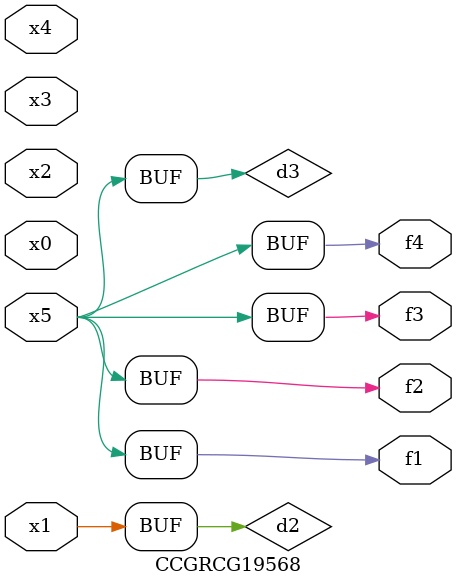
<source format=v>
module CCGRCG19568(
	input x0, x1, x2, x3, x4, x5,
	output f1, f2, f3, f4
);

	wire d1, d2, d3;

	not (d1, x5);
	or (d2, x1);
	xnor (d3, d1);
	assign f1 = d3;
	assign f2 = d3;
	assign f3 = d3;
	assign f4 = d3;
endmodule

</source>
